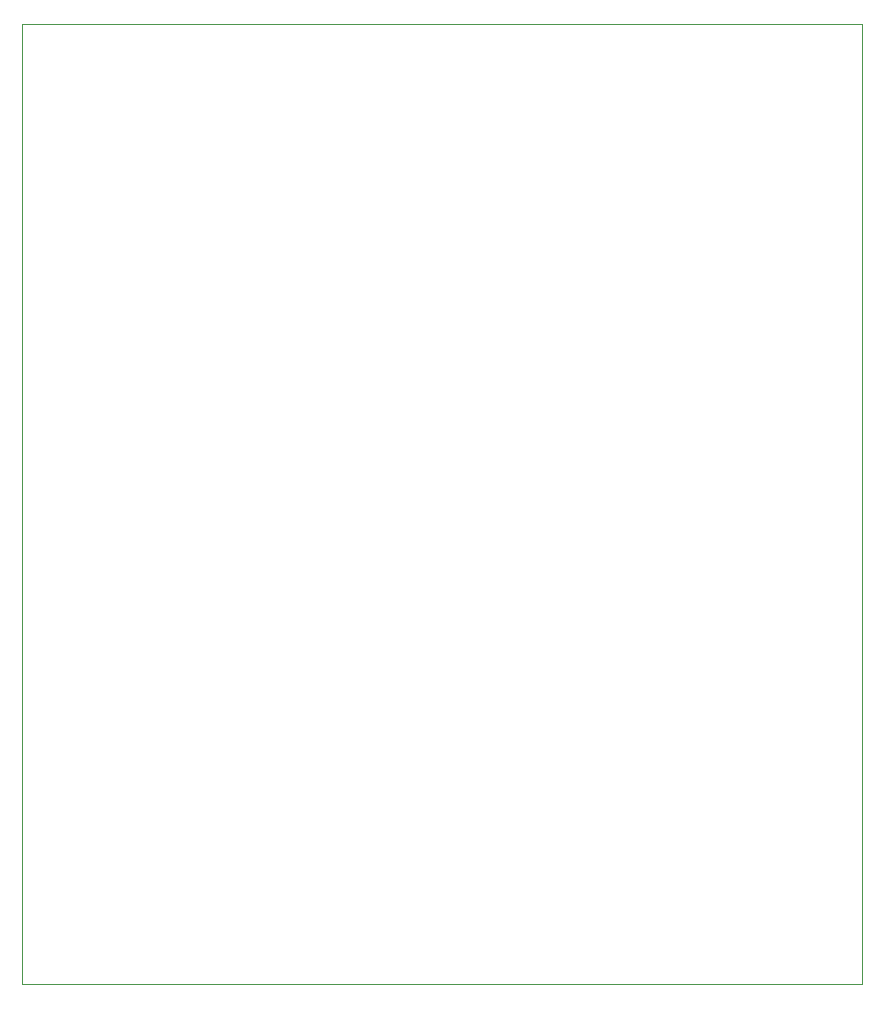
<source format=gbr>
%TF.GenerationSoftware,KiCad,Pcbnew,(6.0.8)*%
%TF.CreationDate,2022-11-04T03:53:52-06:00*%
%TF.ProjectId,CP40B,43503430-422e-46b6-9963-61645f706362,rev?*%
%TF.SameCoordinates,Original*%
%TF.FileFunction,Profile,NP*%
%FSLAX46Y46*%
G04 Gerber Fmt 4.6, Leading zero omitted, Abs format (unit mm)*
G04 Created by KiCad (PCBNEW (6.0.8)) date 2022-11-04 03:53:52*
%MOMM*%
%LPD*%
G01*
G04 APERTURE LIST*
%TA.AperFunction,Profile*%
%ADD10C,0.100000*%
%TD*%
G04 APERTURE END LIST*
D10*
X139700000Y-60960000D02*
X210820000Y-60960000D01*
X210820000Y-60960000D02*
X210820000Y-142240000D01*
X210820000Y-142240000D02*
X139700000Y-142240000D01*
X139700000Y-142240000D02*
X139700000Y-60960000D01*
M02*

</source>
